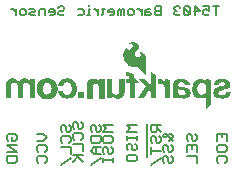
<source format=gbr>
G04 EAGLE Gerber RS-274X export*
G75*
%MOMM*%
%FSLAX34Y34*%
%LPD*%
%INSilkscreen Bottom*%
%IPPOS*%
%AMOC8*
5,1,8,0,0,1.08239X$1,22.5*%
G01*
%ADD10C,0.152400*%
%ADD11C,0.127000*%
%ADD12C,0.025400*%
%ADD13R,0.495300X0.485100*%

G36*
X151454Y102407D02*
X151454Y102407D01*
X151496Y102422D01*
X151498Y102427D01*
X151502Y102429D01*
X151531Y102502D01*
X151535Y102513D01*
X151535Y102514D01*
X151535Y117678D01*
X151533Y117683D01*
X151535Y117689D01*
X151465Y118520D01*
X151459Y118531D01*
X151460Y118546D01*
X151220Y119345D01*
X151212Y119355D01*
X151210Y119369D01*
X150809Y120101D01*
X150799Y120109D01*
X150794Y120122D01*
X150324Y120672D01*
X150313Y120677D01*
X150306Y120689D01*
X149736Y121134D01*
X149724Y121137D01*
X149714Y121147D01*
X149066Y121468D01*
X149054Y121469D01*
X149042Y121477D01*
X148343Y121661D01*
X148332Y121660D01*
X148321Y121665D01*
X147381Y121738D01*
X147372Y121735D01*
X147361Y121738D01*
X146421Y121665D01*
X146417Y121663D01*
X146411Y121664D01*
X145928Y121588D01*
X145889Y121563D01*
X145849Y121542D01*
X145848Y121538D01*
X145845Y121536D01*
X145835Y121491D01*
X145823Y121447D01*
X145825Y121443D01*
X145824Y121439D01*
X145849Y121401D01*
X145873Y121362D01*
X145877Y121361D01*
X145879Y121358D01*
X145920Y121349D01*
X145960Y121337D01*
X146118Y121353D01*
X146256Y121325D01*
X146389Y121254D01*
X147213Y120655D01*
X147331Y120541D01*
X147403Y120403D01*
X147496Y119988D01*
X147496Y119560D01*
X147403Y119144D01*
X147197Y118740D01*
X146884Y118412D01*
X146278Y118047D01*
X145600Y117840D01*
X144889Y117805D01*
X144279Y117902D01*
X143693Y118100D01*
X143150Y118393D01*
X142725Y118758D01*
X142410Y119218D01*
X142224Y119743D01*
X142181Y120299D01*
X142283Y120847D01*
X142523Y121350D01*
X142893Y121785D01*
X143091Y121995D01*
X143686Y122626D01*
X144281Y123257D01*
X144346Y123326D01*
X144349Y123336D01*
X144358Y123342D01*
X145545Y125100D01*
X145547Y125113D01*
X145557Y125123D01*
X145837Y125811D01*
X145836Y125826D01*
X145845Y125841D01*
X145944Y126576D01*
X145940Y126591D01*
X145945Y126608D01*
X145858Y127345D01*
X145850Y127358D01*
X145850Y127376D01*
X145583Y128068D01*
X145572Y128079D01*
X145568Y128096D01*
X145137Y128699D01*
X145127Y128706D01*
X145121Y128718D01*
X144425Y129376D01*
X144417Y129379D01*
X144412Y129387D01*
X143635Y129947D01*
X143625Y129950D01*
X143617Y129958D01*
X142837Y130346D01*
X142825Y130347D01*
X142814Y130355D01*
X141974Y130586D01*
X141962Y130585D01*
X141950Y130591D01*
X141082Y130657D01*
X141072Y130653D01*
X141060Y130657D01*
X140160Y130571D01*
X140151Y130567D01*
X140141Y130568D01*
X139263Y130348D01*
X139255Y130342D01*
X139243Y130341D01*
X139015Y130240D01*
X138659Y130088D01*
X138658Y130088D01*
X138154Y129867D01*
X138144Y129856D01*
X138127Y129851D01*
X137692Y129513D01*
X137689Y129506D01*
X137681Y129502D01*
X137656Y129477D01*
X137653Y129476D01*
X137618Y129384D01*
X137659Y129295D01*
X137744Y129262D01*
X138347Y129262D01*
X138858Y129205D01*
X139348Y129066D01*
X139829Y128811D01*
X140224Y128441D01*
X140510Y127981D01*
X140667Y127462D01*
X140679Y127159D01*
X140620Y126859D01*
X140414Y126365D01*
X140131Y125907D01*
X139780Y125497D01*
X139368Y125143D01*
X138466Y124492D01*
X137978Y124243D01*
X137449Y124145D01*
X136910Y124203D01*
X136736Y124268D01*
X136375Y124517D01*
X136101Y124856D01*
X136057Y124959D01*
X136041Y125079D01*
X136041Y125959D01*
X136024Y126000D01*
X136010Y126042D01*
X136005Y126045D01*
X136003Y126050D01*
X135962Y126066D01*
X135922Y126085D01*
X135916Y126083D01*
X135911Y126085D01*
X135884Y126073D01*
X135835Y126057D01*
X134709Y125136D01*
X134703Y125124D01*
X134691Y125117D01*
X133784Y123980D01*
X133781Y123969D01*
X133772Y123961D01*
X133270Y123027D01*
X133269Y123017D01*
X133263Y123009D01*
X132905Y122012D01*
X132905Y122002D01*
X132900Y121993D01*
X132693Y120954D01*
X132695Y120944D01*
X132694Y120942D01*
X132695Y120942D01*
X132691Y120933D01*
X132631Y119005D01*
X132635Y118994D01*
X132632Y118982D01*
X132920Y117075D01*
X132926Y117065D01*
X132926Y117053D01*
X133554Y115229D01*
X133561Y115220D01*
X133563Y115208D01*
X134510Y113527D01*
X134518Y113521D01*
X134521Y113510D01*
X135406Y112403D01*
X135413Y112400D01*
X135415Y112394D01*
X135416Y112394D01*
X135418Y112390D01*
X136449Y111418D01*
X136457Y111415D01*
X136463Y111407D01*
X137620Y110590D01*
X137630Y110588D01*
X137638Y110580D01*
X138868Y109980D01*
X138879Y109979D01*
X138889Y109971D01*
X140208Y109603D01*
X140219Y109605D01*
X140230Y109599D01*
X141594Y109475D01*
X141599Y109477D01*
X141605Y109475D01*
X143880Y109475D01*
X144248Y109410D01*
X144599Y109283D01*
X145589Y108694D01*
X146443Y107912D01*
X151315Y102430D01*
X151319Y102428D01*
X151321Y102423D01*
X151363Y102407D01*
X151404Y102388D01*
X151408Y102390D01*
X151413Y102388D01*
X151454Y102407D01*
G37*
G36*
X202821Y73713D02*
X202821Y73713D01*
X202823Y73712D01*
X202844Y73721D01*
X202904Y73744D01*
X207044Y77478D01*
X207046Y77484D01*
X207052Y77487D01*
X207076Y77547D01*
X207085Y77568D01*
X207084Y77570D01*
X207085Y77572D01*
X207085Y98146D01*
X207070Y98183D01*
X207060Y98222D01*
X207051Y98228D01*
X207047Y98237D01*
X207019Y98248D01*
X206983Y98270D01*
X203097Y99006D01*
X203082Y99003D01*
X203067Y99008D01*
X203035Y98993D01*
X203000Y98985D01*
X202992Y98972D01*
X202979Y98966D01*
X202964Y98927D01*
X202948Y98902D01*
X202951Y98891D01*
X202947Y98880D01*
X202971Y96963D01*
X202837Y97112D01*
X202836Y97113D01*
X202836Y97114D01*
X201947Y98079D01*
X201941Y98081D01*
X201937Y98088D01*
X201594Y98389D01*
X201583Y98393D01*
X201575Y98403D01*
X201181Y98636D01*
X201172Y98637D01*
X201164Y98644D01*
X199843Y99177D01*
X199832Y99177D01*
X199822Y99184D01*
X199340Y99286D01*
X199328Y99283D01*
X199316Y99288D01*
X197335Y99313D01*
X197324Y99309D01*
X197312Y99311D01*
X196227Y99128D01*
X196217Y99121D01*
X196203Y99121D01*
X195178Y98721D01*
X195171Y98713D01*
X195159Y98711D01*
X194257Y98170D01*
X194252Y98164D01*
X194243Y98161D01*
X193419Y97508D01*
X193413Y97498D01*
X193403Y97493D01*
X192611Y96603D01*
X192607Y96590D01*
X192595Y96581D01*
X192016Y95540D01*
X192014Y95528D01*
X192006Y95517D01*
X191332Y93404D01*
X191333Y93393D01*
X191327Y93382D01*
X191044Y91182D01*
X191047Y91171D01*
X191043Y91159D01*
X191161Y88944D01*
X191166Y88934D01*
X191164Y88922D01*
X191487Y87546D01*
X191494Y87537D01*
X191494Y87525D01*
X192050Y86225D01*
X192058Y86217D01*
X192060Y86206D01*
X192832Y85021D01*
X192841Y85015D01*
X192846Y85004D01*
X193503Y84297D01*
X193513Y84293D01*
X193519Y84283D01*
X194287Y83698D01*
X194298Y83696D01*
X194305Y83687D01*
X195161Y83241D01*
X195172Y83240D01*
X195181Y83232D01*
X196100Y82938D01*
X196110Y82939D01*
X196120Y82933D01*
X197332Y82744D01*
X197341Y82746D01*
X197350Y82743D01*
X198577Y82726D01*
X198585Y82729D01*
X198595Y82727D01*
X199812Y82882D01*
X199822Y82887D01*
X199834Y82887D01*
X200678Y83151D01*
X200688Y83159D01*
X200703Y83162D01*
X201472Y83599D01*
X201480Y83609D01*
X201494Y83614D01*
X202154Y84204D01*
X202160Y84216D01*
X202172Y84224D01*
X202692Y84940D01*
X202693Y84942D01*
X202693Y73838D01*
X202711Y73794D01*
X202728Y73751D01*
X202730Y73750D01*
X202731Y73747D01*
X202775Y73730D01*
X202819Y73712D01*
X202821Y73713D01*
G37*
G36*
X37391Y83060D02*
X37391Y83060D01*
X37393Y83059D01*
X37436Y83079D01*
X37480Y83097D01*
X37480Y83099D01*
X37482Y83100D01*
X37515Y83185D01*
X37515Y93464D01*
X37622Y94344D01*
X37934Y95166D01*
X38195Y95550D01*
X38538Y95863D01*
X38944Y96089D01*
X39392Y96217D01*
X40296Y96285D01*
X41199Y96193D01*
X41609Y96067D01*
X41981Y95857D01*
X41996Y95843D01*
X42137Y95717D01*
X42277Y95590D01*
X42299Y95571D01*
X42684Y95043D01*
X42957Y94448D01*
X43106Y93809D01*
X43181Y92706D01*
X43181Y83185D01*
X43182Y83183D01*
X43181Y83181D01*
X43201Y83138D01*
X43219Y83094D01*
X43221Y83094D01*
X43222Y83092D01*
X43307Y83059D01*
X47625Y83059D01*
X47627Y83060D01*
X47629Y83059D01*
X47672Y83079D01*
X47716Y83097D01*
X47716Y83099D01*
X47718Y83100D01*
X47751Y83185D01*
X47751Y93744D01*
X47831Y94407D01*
X48062Y95026D01*
X48432Y95573D01*
X48779Y95891D01*
X49188Y96124D01*
X49638Y96260D01*
X50115Y96292D01*
X50963Y96242D01*
X51403Y96160D01*
X51807Y95982D01*
X52162Y95716D01*
X52981Y94772D01*
X53265Y94234D01*
X53396Y93643D01*
X53366Y93021D01*
X53367Y93018D01*
X53366Y93015D01*
X53366Y83210D01*
X53367Y83208D01*
X53366Y83206D01*
X53386Y83163D01*
X53404Y83119D01*
X53406Y83119D01*
X53407Y83117D01*
X53492Y83084D01*
X57810Y83084D01*
X57812Y83085D01*
X57814Y83084D01*
X57857Y83104D01*
X57901Y83122D01*
X57901Y83124D01*
X57903Y83125D01*
X57936Y83210D01*
X57936Y99263D01*
X57935Y99265D01*
X57936Y99267D01*
X57916Y99310D01*
X57898Y99354D01*
X57896Y99354D01*
X57895Y99356D01*
X57810Y99389D01*
X53823Y99389D01*
X53821Y99388D01*
X53819Y99389D01*
X53776Y99369D01*
X53732Y99351D01*
X53732Y99349D01*
X53730Y99348D01*
X53697Y99263D01*
X53697Y97210D01*
X53666Y97217D01*
X53364Y97613D01*
X53358Y97616D01*
X53355Y97624D01*
X52593Y98411D01*
X52585Y98414D01*
X52581Y98421D01*
X51819Y99033D01*
X51805Y99037D01*
X51793Y99050D01*
X50903Y99454D01*
X50891Y99454D01*
X50880Y99462D01*
X49788Y99716D01*
X49779Y99715D01*
X49771Y99719D01*
X48399Y99846D01*
X48389Y99843D01*
X48378Y99846D01*
X47421Y99777D01*
X47410Y99771D01*
X47396Y99772D01*
X46473Y99512D01*
X46463Y99504D01*
X46450Y99502D01*
X45660Y99099D01*
X45652Y99090D01*
X45639Y99086D01*
X44941Y98540D01*
X44935Y98529D01*
X44923Y98523D01*
X44341Y97854D01*
X44338Y97842D01*
X44327Y97834D01*
X43947Y97176D01*
X43905Y97218D01*
X43450Y97699D01*
X43447Y97700D01*
X43446Y97703D01*
X42658Y98462D01*
X42649Y98465D01*
X42644Y98474D01*
X41755Y99112D01*
X41744Y99114D01*
X41736Y99122D01*
X40931Y99516D01*
X40919Y99516D01*
X40908Y99524D01*
X40043Y99756D01*
X40031Y99754D01*
X40019Y99760D01*
X39125Y99821D01*
X39116Y99818D01*
X39105Y99821D01*
X37826Y99714D01*
X37819Y99710D01*
X37812Y99712D01*
X36552Y99463D01*
X36543Y99457D01*
X36531Y99457D01*
X35665Y99131D01*
X35655Y99121D01*
X35640Y99118D01*
X34866Y98611D01*
X34859Y98599D01*
X34845Y98593D01*
X34199Y97929D01*
X34196Y97919D01*
X34192Y97918D01*
X34191Y97914D01*
X34183Y97908D01*
X33595Y96969D01*
X33593Y96956D01*
X33583Y96946D01*
X33197Y95907D01*
X33198Y95894D01*
X33191Y95882D01*
X33022Y94786D01*
X33025Y94777D01*
X33021Y94767D01*
X33021Y83185D01*
X33022Y83183D01*
X33021Y83181D01*
X33041Y83138D01*
X33059Y83094D01*
X33061Y83094D01*
X33062Y83092D01*
X33147Y83059D01*
X37389Y83059D01*
X37391Y83060D01*
G37*
G36*
X185271Y82729D02*
X185271Y82729D01*
X185282Y82734D01*
X185296Y82732D01*
X186668Y83040D01*
X186679Y83048D01*
X186694Y83049D01*
X187963Y83655D01*
X187972Y83665D01*
X187986Y83669D01*
X188434Y84011D01*
X188440Y84021D01*
X188452Y84027D01*
X188829Y84447D01*
X188833Y84458D01*
X188843Y84466D01*
X189135Y84949D01*
X189137Y84960D01*
X189145Y84970D01*
X189518Y85963D01*
X189518Y85974D01*
X189524Y85985D01*
X189713Y87029D01*
X189710Y87040D01*
X189715Y87052D01*
X189712Y88113D01*
X189709Y88120D01*
X189711Y88123D01*
X189708Y88130D01*
X189709Y88140D01*
X189503Y89081D01*
X189494Y89093D01*
X189493Y89110D01*
X189064Y89972D01*
X189054Y89981D01*
X189049Y89996D01*
X188551Y90605D01*
X188546Y90608D01*
X188544Y90612D01*
X188538Y90614D01*
X188533Y90623D01*
X187923Y91121D01*
X187911Y91124D01*
X187902Y91135D01*
X187206Y91501D01*
X187195Y91502D01*
X187186Y91509D01*
X185701Y91993D01*
X185693Y91992D01*
X185684Y91997D01*
X184147Y92275D01*
X184143Y92274D01*
X184138Y92277D01*
X181932Y92505D01*
X180626Y92731D01*
X180157Y92896D01*
X179729Y93142D01*
X179445Y93403D01*
X179385Y93490D01*
X179343Y93587D01*
X179232Y94108D01*
X179232Y94639D01*
X179343Y95160D01*
X179482Y95474D01*
X179681Y95753D01*
X179934Y95987D01*
X180248Y96180D01*
X180594Y96308D01*
X180963Y96369D01*
X182318Y96419D01*
X182905Y96365D01*
X183466Y96200D01*
X183930Y95945D01*
X184320Y95589D01*
X184615Y95151D01*
X184799Y94656D01*
X184862Y94125D01*
X184862Y94082D01*
X184863Y94080D01*
X184862Y94078D01*
X184882Y94035D01*
X184900Y93991D01*
X184902Y93991D01*
X184903Y93989D01*
X184988Y93956D01*
X189129Y93956D01*
X189130Y93954D01*
X189172Y93944D01*
X189214Y93930D01*
X189220Y93933D01*
X189226Y93932D01*
X189251Y93948D01*
X189296Y93969D01*
X189321Y93994D01*
X189321Y93995D01*
X189337Y94037D01*
X189356Y94086D01*
X189356Y94087D01*
X189336Y94129D01*
X189317Y94172D01*
X189195Y95063D01*
X189189Y95074D01*
X189189Y95089D01*
X188855Y96030D01*
X188846Y96040D01*
X188843Y96054D01*
X188324Y96907D01*
X188313Y96915D01*
X188308Y96928D01*
X187625Y97658D01*
X187613Y97663D01*
X187605Y97675D01*
X186788Y98249D01*
X186776Y98252D01*
X186767Y98261D01*
X185609Y98790D01*
X185599Y98790D01*
X185590Y98797D01*
X184361Y99131D01*
X184352Y99130D01*
X184343Y99134D01*
X182603Y99348D01*
X182595Y99345D01*
X182587Y99348D01*
X180833Y99340D01*
X180826Y99337D01*
X180817Y99339D01*
X179078Y99109D01*
X179070Y99104D01*
X179059Y99105D01*
X177645Y98680D01*
X177636Y98672D01*
X177622Y98671D01*
X176319Y97977D01*
X176310Y97967D01*
X176296Y97962D01*
X175734Y97479D01*
X175727Y97465D01*
X175713Y97456D01*
X175286Y96851D01*
X175283Y96836D01*
X175271Y96824D01*
X175004Y96133D01*
X175005Y96118D01*
X174997Y96103D01*
X174906Y95368D01*
X174908Y95360D01*
X174905Y95352D01*
X174905Y90526D01*
X174906Y90524D01*
X174905Y90522D01*
X174912Y90507D01*
X174880Y90423D01*
X174905Y86085D01*
X174803Y84748D01*
X174454Y83453D01*
X174380Y83254D01*
X174381Y83229D01*
X174372Y83206D01*
X174383Y83182D01*
X174384Y83156D01*
X174403Y83139D01*
X174413Y83117D01*
X174440Y83106D01*
X174458Y83090D01*
X174477Y83092D01*
X174498Y83084D01*
X178532Y83084D01*
X178568Y83081D01*
X178596Y83090D01*
X178636Y83094D01*
X178673Y83113D01*
X178692Y83135D01*
X178724Y83159D01*
X178746Y83195D01*
X178748Y83212D01*
X178760Y83228D01*
X178836Y83508D01*
X178835Y83511D01*
X178837Y83514D01*
X179064Y84543D01*
X179074Y84566D01*
X179080Y84572D01*
X179088Y84574D01*
X179097Y84573D01*
X179121Y84557D01*
X179948Y83854D01*
X179959Y83850D01*
X179968Y83840D01*
X180919Y83300D01*
X180930Y83299D01*
X180940Y83291D01*
X181975Y82938D01*
X181987Y82939D01*
X181997Y82933D01*
X183615Y82692D01*
X183625Y82695D01*
X183636Y82691D01*
X185271Y82729D01*
G37*
G36*
X160404Y82958D02*
X160404Y82958D01*
X160407Y82957D01*
X160490Y82994D01*
X160541Y83045D01*
X160543Y83048D01*
X160545Y83049D01*
X160578Y83134D01*
X160578Y102464D01*
X160570Y102483D01*
X160572Y102503D01*
X160551Y102530D01*
X160540Y102555D01*
X160526Y102560D01*
X160515Y102574D01*
X156375Y104936D01*
X156340Y104940D01*
X156308Y104952D01*
X156293Y104945D01*
X156277Y104947D01*
X156250Y104925D01*
X156219Y104911D01*
X156212Y104895D01*
X156200Y104885D01*
X156198Y104858D01*
X156186Y104826D01*
X156186Y93396D01*
X150711Y98870D01*
X150708Y98872D01*
X150707Y98874D01*
X150622Y98907D01*
X145948Y98907D01*
X145946Y98907D01*
X145945Y98907D01*
X145901Y98887D01*
X145857Y98869D01*
X145857Y98867D01*
X145855Y98866D01*
X145839Y98822D01*
X145822Y98777D01*
X145823Y98775D01*
X145822Y98774D01*
X145860Y98691D01*
X151551Y93125D01*
X144954Y83230D01*
X144947Y83192D01*
X144933Y83155D01*
X144938Y83145D01*
X144936Y83133D01*
X144958Y83102D01*
X144975Y83066D01*
X144986Y83062D01*
X144992Y83053D01*
X145022Y83048D01*
X145060Y83034D01*
X150140Y83059D01*
X150157Y83066D01*
X150175Y83064D01*
X150204Y83086D01*
X150230Y83098D01*
X150235Y83110D01*
X150247Y83120D01*
X154480Y90098D01*
X156135Y88491D01*
X156135Y83083D01*
X156136Y83081D01*
X156135Y83079D01*
X156155Y83036D01*
X156173Y82992D01*
X156175Y82992D01*
X156176Y82990D01*
X156261Y82957D01*
X160401Y82957D01*
X160404Y82958D01*
G37*
G36*
X128836Y82657D02*
X128836Y82657D01*
X128847Y82654D01*
X129880Y82801D01*
X129891Y82807D01*
X129904Y82807D01*
X130890Y83150D01*
X130899Y83158D01*
X130912Y83160D01*
X131814Y83686D01*
X131821Y83696D01*
X131834Y83701D01*
X132088Y83929D01*
X132094Y83940D01*
X132105Y83948D01*
X132766Y84833D01*
X132768Y84844D01*
X132778Y84853D01*
X133266Y85843D01*
X133266Y85855D01*
X133274Y85865D01*
X133574Y86928D01*
X133572Y86939D01*
X133578Y86951D01*
X133679Y88050D01*
X133677Y88056D01*
X133679Y88062D01*
X133679Y98857D01*
X133678Y98859D01*
X133679Y98861D01*
X133659Y98904D01*
X133641Y98948D01*
X133639Y98948D01*
X133638Y98950D01*
X133553Y98983D01*
X129413Y98983D01*
X129411Y98982D01*
X129409Y98983D01*
X129366Y98963D01*
X129322Y98945D01*
X129322Y98943D01*
X129320Y98942D01*
X129287Y98857D01*
X129287Y88860D01*
X129138Y88030D01*
X128795Y87262D01*
X128523Y86900D01*
X128182Y86599D01*
X127787Y86374D01*
X127098Y86151D01*
X126379Y86071D01*
X125658Y86138D01*
X124967Y86350D01*
X124457Y86638D01*
X124026Y87035D01*
X123699Y87520D01*
X123490Y88070D01*
X123265Y89274D01*
X123189Y90504D01*
X123189Y98806D01*
X123188Y98808D01*
X123189Y98810D01*
X123169Y98853D01*
X123151Y98897D01*
X123149Y98897D01*
X123148Y98899D01*
X123063Y98932D01*
X118847Y98932D01*
X118845Y98931D01*
X118843Y98932D01*
X118800Y98912D01*
X118756Y98894D01*
X118756Y98892D01*
X118754Y98891D01*
X118721Y98806D01*
X118721Y83185D01*
X118722Y83183D01*
X118721Y83181D01*
X118741Y83138D01*
X118759Y83094D01*
X118761Y83094D01*
X118762Y83092D01*
X118847Y83059D01*
X122860Y83059D01*
X122862Y83060D01*
X122864Y83059D01*
X122907Y83079D01*
X122951Y83097D01*
X122951Y83099D01*
X122953Y83100D01*
X122986Y83185D01*
X122986Y85242D01*
X123493Y84601D01*
X123501Y84597D01*
X123505Y84588D01*
X124332Y83803D01*
X124341Y83800D01*
X124346Y83792D01*
X125276Y83133D01*
X125285Y83131D01*
X125293Y83123D01*
X125538Y83001D01*
X125549Y83000D01*
X125558Y82993D01*
X125820Y82912D01*
X125829Y82913D01*
X125838Y82908D01*
X127316Y82685D01*
X127324Y82687D01*
X127332Y82683D01*
X128826Y82653D01*
X128836Y82657D01*
G37*
G36*
X116359Y82984D02*
X116359Y82984D01*
X116361Y82983D01*
X116404Y83003D01*
X116448Y83021D01*
X116448Y83023D01*
X116450Y83024D01*
X116483Y83109D01*
X116483Y98831D01*
X116482Y98833D01*
X116483Y98835D01*
X116463Y98878D01*
X116445Y98922D01*
X116443Y98922D01*
X116442Y98924D01*
X116357Y98957D01*
X112319Y98957D01*
X112317Y98956D01*
X112315Y98957D01*
X112272Y98937D01*
X112228Y98919D01*
X112228Y98917D01*
X112226Y98916D01*
X112193Y98831D01*
X112193Y96763D01*
X112151Y96792D01*
X112037Y96928D01*
X111760Y97306D01*
X111756Y97308D01*
X111754Y97313D01*
X111352Y97786D01*
X111345Y97790D01*
X111341Y97798D01*
X111146Y97974D01*
X111006Y98100D01*
X110880Y98214D01*
X110870Y98217D01*
X110862Y98227D01*
X109964Y98794D01*
X109951Y98797D01*
X109940Y98806D01*
X108944Y99175D01*
X108931Y99175D01*
X108918Y99182D01*
X107866Y99337D01*
X107856Y99334D01*
X107845Y99338D01*
X105839Y99288D01*
X105829Y99284D01*
X105816Y99286D01*
X104839Y99080D01*
X104827Y99072D01*
X104811Y99071D01*
X103906Y98649D01*
X103897Y98638D01*
X103882Y98634D01*
X103097Y98016D01*
X103091Y98005D01*
X103079Y97999D01*
X102590Y97424D01*
X102587Y97413D01*
X102577Y97406D01*
X102193Y96757D01*
X102191Y96746D01*
X102183Y96737D01*
X101914Y96032D01*
X101914Y96023D01*
X101909Y96014D01*
X101669Y94907D01*
X101671Y94898D01*
X101667Y94890D01*
X101576Y93761D01*
X101578Y93756D01*
X101576Y93751D01*
X101576Y83210D01*
X101577Y83208D01*
X101576Y83206D01*
X101596Y83163D01*
X101614Y83119D01*
X101616Y83119D01*
X101617Y83117D01*
X101702Y83084D01*
X105791Y83084D01*
X105793Y83085D01*
X105795Y83084D01*
X105838Y83104D01*
X105882Y83122D01*
X105882Y83124D01*
X105884Y83125D01*
X105917Y83210D01*
X105917Y92856D01*
X105982Y93574D01*
X106173Y94262D01*
X106483Y94904D01*
X106779Y95291D01*
X107153Y95600D01*
X107588Y95817D01*
X107888Y95894D01*
X108204Y95911D01*
X109309Y95861D01*
X109865Y95774D01*
X110381Y95570D01*
X110838Y95256D01*
X111355Y94687D01*
X111718Y94008D01*
X111935Y93258D01*
X112015Y92475D01*
X112015Y83109D01*
X112016Y83107D01*
X112015Y83105D01*
X112035Y83062D01*
X112053Y83018D01*
X112055Y83018D01*
X112056Y83016D01*
X112141Y82983D01*
X116357Y82983D01*
X116359Y82984D01*
G37*
G36*
X68073Y82912D02*
X68073Y82912D01*
X68089Y82908D01*
X71086Y83314D01*
X71107Y83326D01*
X71136Y83332D01*
X73981Y85110D01*
X73995Y85131D01*
X74020Y85149D01*
X75620Y87638D01*
X75624Y87661D01*
X75639Y87686D01*
X76249Y91572D01*
X76243Y91594D01*
X76247Y91620D01*
X75434Y95176D01*
X75419Y95197D01*
X75410Y95226D01*
X73276Y97944D01*
X73254Y97956D01*
X73233Y97979D01*
X69855Y99656D01*
X69835Y99657D01*
X69814Y99668D01*
X68341Y99845D01*
X68334Y99843D01*
X68326Y99846D01*
X68275Y99846D01*
X68255Y99838D01*
X68229Y99837D01*
X68102Y99787D01*
X68081Y99767D01*
X68055Y99755D01*
X68046Y99733D01*
X68031Y99719D01*
X68032Y99695D01*
X68022Y99670D01*
X68022Y96749D01*
X68039Y96709D01*
X68051Y96668D01*
X68058Y96664D01*
X68060Y96658D01*
X68088Y96647D01*
X68131Y96624D01*
X69226Y96474D01*
X70374Y95839D01*
X71162Y94755D01*
X71558Y93866D01*
X71832Y92392D01*
X71883Y90533D01*
X71708Y89285D01*
X71333Y88136D01*
X70795Y87109D01*
X69147Y86101D01*
X67399Y85879D01*
X65648Y86471D01*
X65578Y86535D01*
X65300Y86788D01*
X65022Y87040D01*
X64883Y87166D01*
X64606Y87419D01*
X64605Y87419D01*
X64569Y87452D01*
X64026Y88662D01*
X63651Y90210D01*
X63651Y91635D01*
X63902Y93564D01*
X64646Y95176D01*
X65480Y95985D01*
X66433Y96498D01*
X67620Y96597D01*
X67716Y96597D01*
X67719Y96598D01*
X67722Y96597D01*
X67764Y96617D01*
X67807Y96635D01*
X67808Y96638D01*
X67811Y96640D01*
X67842Y96725D01*
X67816Y98313D01*
X67813Y98439D01*
X67813Y98440D01*
X67811Y98566D01*
X67809Y98692D01*
X67807Y98818D01*
X67805Y98944D01*
X67805Y98945D01*
X67803Y99071D01*
X67801Y99197D01*
X67799Y99323D01*
X67796Y99449D01*
X67796Y99450D01*
X67794Y99576D01*
X67792Y99697D01*
X67788Y99706D01*
X67791Y99715D01*
X67769Y99750D01*
X67752Y99787D01*
X67744Y99790D01*
X67739Y99798D01*
X67687Y99811D01*
X67660Y99821D01*
X67655Y99819D01*
X67650Y99820D01*
X65643Y99566D01*
X65632Y99560D01*
X65618Y99560D01*
X63992Y99001D01*
X63980Y98990D01*
X63961Y98986D01*
X61980Y97615D01*
X61972Y97602D01*
X61956Y97593D01*
X60864Y96323D01*
X60859Y96307D01*
X60845Y96292D01*
X59804Y93955D01*
X59803Y93938D01*
X59794Y93920D01*
X59514Y91735D01*
X59518Y91720D01*
X59514Y91704D01*
X59768Y89596D01*
X59772Y89588D01*
X59771Y89577D01*
X60457Y87113D01*
X60468Y87099D01*
X60472Y87080D01*
X61285Y85785D01*
X61297Y85776D01*
X61305Y85761D01*
X62499Y84618D01*
X62508Y84614D01*
X62513Y84606D01*
X63630Y83819D01*
X63647Y83815D01*
X63662Y83803D01*
X65516Y83168D01*
X65530Y83169D01*
X65544Y83161D01*
X68059Y82907D01*
X68073Y82912D01*
G37*
G36*
X216054Y82705D02*
X216054Y82705D01*
X216061Y82703D01*
X218627Y82881D01*
X218636Y82886D01*
X218646Y82884D01*
X219567Y83096D01*
X219578Y83104D01*
X219592Y83105D01*
X220449Y83502D01*
X220455Y83509D01*
X220464Y83511D01*
X221658Y84273D01*
X221663Y84279D01*
X221671Y84282D01*
X222186Y84713D01*
X222191Y84724D01*
X222203Y84730D01*
X222623Y85254D01*
X222627Y85265D01*
X222637Y85274D01*
X222946Y85870D01*
X222947Y85879D01*
X222954Y85887D01*
X223386Y87157D01*
X223385Y87167D01*
X223390Y87176D01*
X223492Y87760D01*
X223491Y87767D01*
X223494Y87773D01*
X223519Y88129D01*
X223518Y88133D01*
X223519Y88136D01*
X223518Y88138D01*
X223519Y88142D01*
X223507Y88168D01*
X223504Y88198D01*
X223503Y88199D01*
X223503Y88200D01*
X223492Y88209D01*
X223487Y88222D01*
X223481Y88225D01*
X223478Y88231D01*
X223448Y88243D01*
X223428Y88259D01*
X223426Y88259D01*
X223425Y88260D01*
X223410Y88259D01*
X223398Y88264D01*
X223396Y88263D01*
X223393Y88264D01*
X219532Y88264D01*
X219530Y88263D01*
X219528Y88264D01*
X219485Y88244D01*
X219441Y88226D01*
X219441Y88224D01*
X219439Y88223D01*
X219406Y88138D01*
X219406Y88091D01*
X219377Y87594D01*
X219231Y87132D01*
X218975Y86718D01*
X218871Y86613D01*
X218745Y86487D01*
X218533Y86275D01*
X218006Y85938D01*
X217419Y85721D01*
X216857Y85648D01*
X215527Y85648D01*
X214924Y85722D01*
X214357Y85919D01*
X213844Y86231D01*
X213557Y86515D01*
X213348Y86860D01*
X213231Y87245D01*
X213214Y87649D01*
X213299Y88044D01*
X213480Y88406D01*
X213745Y88710D01*
X214081Y88941D01*
X215188Y89411D01*
X216362Y89717D01*
X219993Y90580D01*
X220000Y90585D01*
X220009Y90585D01*
X220817Y90891D01*
X220824Y90897D01*
X220834Y90899D01*
X221585Y91326D01*
X221591Y91333D01*
X221601Y91337D01*
X222278Y91874D01*
X222283Y91884D01*
X222294Y91890D01*
X222631Y92275D01*
X222635Y92288D01*
X222646Y92297D01*
X222895Y92744D01*
X222896Y92757D01*
X222905Y92768D01*
X223057Y93257D01*
X223055Y93269D01*
X223062Y93282D01*
X223167Y94418D01*
X223164Y94431D01*
X223167Y94444D01*
X223038Y95578D01*
X223032Y95589D01*
X223033Y95603D01*
X222675Y96687D01*
X222667Y96696D01*
X222665Y96710D01*
X222366Y97232D01*
X222356Y97239D01*
X222351Y97252D01*
X221957Y97707D01*
X221946Y97712D01*
X221939Y97724D01*
X221463Y98093D01*
X221452Y98096D01*
X221443Y98105D01*
X220162Y98759D01*
X220151Y98760D01*
X220141Y98767D01*
X218763Y99178D01*
X218752Y99177D01*
X218740Y99183D01*
X217311Y99338D01*
X217304Y99336D01*
X217297Y99338D01*
X215494Y99338D01*
X215488Y99336D01*
X215481Y99338D01*
X214088Y99198D01*
X214079Y99193D01*
X214068Y99194D01*
X212717Y98826D01*
X212708Y98819D01*
X212694Y98817D01*
X211597Y98279D01*
X211588Y98269D01*
X211574Y98265D01*
X210615Y97508D01*
X210609Y97498D01*
X210598Y97493D01*
X210250Y97097D01*
X210248Y97092D01*
X210247Y97092D01*
X210246Y97088D01*
X210238Y97082D01*
X209952Y96640D01*
X209950Y96630D01*
X209943Y96623D01*
X209587Y95835D01*
X209587Y95830D01*
X209583Y95826D01*
X209380Y95268D01*
X209382Y95244D01*
X209377Y95232D01*
X209380Y95225D01*
X209375Y95200D01*
X209384Y95186D01*
X209375Y95174D01*
X209377Y95168D01*
X209373Y95161D01*
X209297Y94450D01*
X209299Y94444D01*
X209298Y94440D01*
X209299Y94438D01*
X209297Y94433D01*
X209314Y94396D01*
X209326Y94356D01*
X209334Y94352D01*
X209338Y94344D01*
X209388Y94324D01*
X209414Y94311D01*
X209418Y94313D01*
X209423Y94311D01*
X213309Y94311D01*
X213353Y94329D01*
X213397Y94347D01*
X213398Y94348D01*
X213400Y94349D01*
X213407Y94368D01*
X213435Y94429D01*
X213451Y94689D01*
X213506Y94932D01*
X213656Y95284D01*
X213874Y95597D01*
X214150Y95861D01*
X214572Y96132D01*
X215039Y96321D01*
X215535Y96419D01*
X216383Y96463D01*
X217231Y96419D01*
X217680Y96334D01*
X218104Y96177D01*
X218405Y95982D01*
X218638Y95714D01*
X218793Y95372D01*
X218841Y95000D01*
X218776Y94631D01*
X218592Y94270D01*
X218357Y94027D01*
X218309Y93977D01*
X217634Y93561D01*
X216882Y93289D01*
X214859Y92885D01*
X214858Y92884D01*
X214857Y92884D01*
X213134Y92503D01*
X213127Y92498D01*
X213118Y92498D01*
X211462Y91888D01*
X211456Y91882D01*
X211446Y91881D01*
X210690Y91476D01*
X210684Y91469D01*
X210675Y91466D01*
X209983Y90958D01*
X209978Y90948D01*
X209966Y90943D01*
X209634Y90593D01*
X209629Y90581D01*
X209618Y90572D01*
X209366Y90160D01*
X209364Y90146D01*
X209354Y90134D01*
X209017Y89131D01*
X209018Y89116D01*
X209010Y89102D01*
X208916Y88047D01*
X208919Y88038D01*
X208916Y88027D01*
X208992Y86986D01*
X208996Y86978D01*
X208995Y86968D01*
X209138Y86304D01*
X209144Y86294D01*
X209145Y86281D01*
X209411Y85656D01*
X209419Y85647D01*
X209422Y85635D01*
X209801Y85071D01*
X209811Y85064D01*
X209816Y85053D01*
X210542Y84310D01*
X210552Y84306D01*
X210558Y84295D01*
X211402Y83689D01*
X211412Y83687D01*
X211421Y83678D01*
X212356Y83227D01*
X212367Y83226D01*
X212377Y83219D01*
X213377Y82937D01*
X213385Y82938D01*
X213394Y82933D01*
X214708Y82751D01*
X214715Y82753D01*
X214721Y82750D01*
X216048Y82703D01*
X216054Y82705D01*
G37*
G36*
X86252Y82802D02*
X86252Y82802D01*
X86259Y82805D01*
X86267Y82804D01*
X87830Y83086D01*
X87838Y83091D01*
X87848Y83090D01*
X88918Y83445D01*
X88926Y83451D01*
X88937Y83453D01*
X89934Y83979D01*
X89941Y83987D01*
X89952Y83991D01*
X90848Y84675D01*
X90853Y84684D01*
X90864Y84689D01*
X91634Y85512D01*
X91636Y85518D01*
X91638Y85519D01*
X91640Y85523D01*
X91647Y85528D01*
X92329Y86544D01*
X92331Y86554D01*
X92339Y86562D01*
X92853Y87673D01*
X92854Y87682D01*
X92860Y87691D01*
X93194Y88869D01*
X93193Y88879D01*
X93198Y88888D01*
X93343Y90104D01*
X93341Y90113D01*
X93344Y90123D01*
X93343Y90155D01*
X93343Y90156D01*
X93335Y90408D01*
X93336Y90408D01*
X93335Y90408D01*
X93332Y90534D01*
X93324Y90787D01*
X93320Y90913D01*
X93312Y91165D01*
X93312Y91166D01*
X93309Y91292D01*
X93305Y91418D01*
X93301Y91544D01*
X93293Y91797D01*
X93289Y91923D01*
X93282Y92175D01*
X93282Y92176D01*
X93278Y92302D01*
X93270Y92554D01*
X93268Y92612D01*
X93264Y92621D01*
X93266Y92633D01*
X92968Y94123D01*
X92961Y94133D01*
X92961Y94146D01*
X92384Y95552D01*
X92376Y95560D01*
X92373Y95573D01*
X91539Y96844D01*
X91529Y96850D01*
X91524Y96862D01*
X90463Y97950D01*
X90452Y97955D01*
X90444Y97966D01*
X89195Y98831D01*
X89183Y98834D01*
X89174Y98843D01*
X87783Y99455D01*
X87771Y99455D01*
X87759Y99462D01*
X86253Y99795D01*
X86241Y99792D01*
X86228Y99798D01*
X84686Y99821D01*
X84677Y99818D01*
X84668Y99820D01*
X83233Y99631D01*
X83228Y99628D01*
X83222Y99629D01*
X81811Y99310D01*
X81803Y99305D01*
X81793Y99304D01*
X80636Y98847D01*
X80626Y98837D01*
X80612Y98834D01*
X79581Y98137D01*
X79574Y98126D01*
X79560Y98119D01*
X78705Y97216D01*
X78700Y97204D01*
X78688Y97195D01*
X78048Y96128D01*
X78046Y96116D01*
X78038Y96107D01*
X77613Y94952D01*
X77613Y94942D01*
X77608Y94933D01*
X77371Y93725D01*
X77374Y93711D01*
X77369Y93697D01*
X77384Y93664D01*
X77391Y93629D01*
X77404Y93621D01*
X77410Y93608D01*
X77449Y93592D01*
X77475Y93576D01*
X77485Y93579D01*
X77495Y93575D01*
X81686Y93575D01*
X81688Y93576D01*
X81690Y93575D01*
X81733Y93595D01*
X81777Y93613D01*
X81777Y93615D01*
X81779Y93616D01*
X81812Y93701D01*
X81812Y93719D01*
X81879Y94298D01*
X82072Y94840D01*
X82383Y95325D01*
X82796Y95726D01*
X83289Y96024D01*
X84081Y96285D01*
X84913Y96368D01*
X85753Y96302D01*
X86574Y96121D01*
X86988Y95935D01*
X87335Y95645D01*
X88022Y94734D01*
X88527Y93709D01*
X88832Y92606D01*
X88925Y91465D01*
X88796Y89905D01*
X88450Y88381D01*
X88135Y87664D01*
X87660Y87045D01*
X87052Y86556D01*
X86344Y86226D01*
X85565Y86045D01*
X84765Y86004D01*
X84174Y86077D01*
X83605Y86250D01*
X83075Y86518D01*
X82632Y86863D01*
X82274Y87295D01*
X81953Y87885D01*
X81738Y88522D01*
X81634Y89198D01*
X81612Y89234D01*
X81594Y89272D01*
X81586Y89275D01*
X81582Y89282D01*
X81552Y89288D01*
X81509Y89305D01*
X77445Y89305D01*
X77443Y89304D01*
X77441Y89305D01*
X77398Y89285D01*
X77354Y89267D01*
X77354Y89265D01*
X77352Y89264D01*
X77319Y89179D01*
X77319Y89129D01*
X77320Y89125D01*
X77319Y89121D01*
X77351Y88646D01*
X77355Y88639D01*
X77353Y88629D01*
X77448Y88164D01*
X77454Y88155D01*
X77454Y88143D01*
X77996Y86752D01*
X78005Y86743D01*
X78008Y86729D01*
X78823Y85478D01*
X78834Y85471D01*
X78839Y85458D01*
X79892Y84400D01*
X79904Y84395D01*
X79913Y84383D01*
X81160Y83563D01*
X81171Y83560D01*
X81180Y83552D01*
X82273Y83090D01*
X82283Y83090D01*
X82292Y83084D01*
X83445Y82802D01*
X83455Y82803D01*
X83465Y82799D01*
X84648Y82703D01*
X84656Y82706D01*
X84666Y82703D01*
X86252Y82802D01*
G37*
G36*
X142191Y82984D02*
X142191Y82984D01*
X142193Y82983D01*
X142236Y83003D01*
X142280Y83021D01*
X142280Y83023D01*
X142282Y83024D01*
X142315Y83109D01*
X142315Y95989D01*
X146178Y96013D01*
X146179Y96013D01*
X146224Y96033D01*
X146268Y96052D01*
X146269Y96053D01*
X146286Y96098D01*
X146303Y96144D01*
X146303Y96145D01*
X146266Y96228D01*
X143599Y98895D01*
X143596Y98897D01*
X143595Y98899D01*
X143510Y98932D01*
X142264Y98932D01*
X142264Y99263D01*
X142262Y99268D01*
X142264Y99273D01*
X142087Y101407D01*
X142082Y101417D01*
X142082Y101418D01*
X142082Y101419D01*
X142082Y101420D01*
X142083Y101429D01*
X141935Y101996D01*
X141928Y102005D01*
X141927Y102017D01*
X141679Y102548D01*
X141670Y102556D01*
X141667Y102568D01*
X141327Y103045D01*
X141317Y103051D01*
X141311Y103063D01*
X140568Y103773D01*
X140558Y103777D01*
X140556Y103781D01*
X140553Y103782D01*
X140549Y103788D01*
X139681Y104338D01*
X139669Y104340D01*
X139659Y104349D01*
X138701Y104718D01*
X138688Y104718D01*
X138677Y104725D01*
X137664Y104899D01*
X137654Y104897D01*
X137643Y104901D01*
X136093Y104901D01*
X136090Y104900D01*
X136086Y104901D01*
X134769Y104825D01*
X134747Y104825D01*
X134745Y104824D01*
X134743Y104825D01*
X134700Y104805D01*
X134656Y104787D01*
X134656Y104785D01*
X134654Y104784D01*
X134621Y104699D01*
X134621Y101676D01*
X134622Y101674D01*
X134621Y101672D01*
X134641Y101629D01*
X134659Y101585D01*
X134661Y101585D01*
X134662Y101583D01*
X134747Y101550D01*
X134823Y101550D01*
X134828Y101552D01*
X134835Y101550D01*
X135115Y101576D01*
X136030Y101661D01*
X136930Y101578D01*
X137212Y101481D01*
X137452Y101311D01*
X137634Y101079D01*
X137809Y100656D01*
X137872Y100194D01*
X137872Y98932D01*
X135026Y98932D01*
X135024Y98931D01*
X135022Y98932D01*
X134979Y98912D01*
X134935Y98894D01*
X134935Y98892D01*
X134933Y98891D01*
X134900Y98806D01*
X134900Y96139D01*
X134901Y96137D01*
X134900Y96135D01*
X134920Y96092D01*
X134938Y96048D01*
X134940Y96048D01*
X134941Y96046D01*
X135026Y96013D01*
X137898Y96013D01*
X137898Y83109D01*
X137899Y83107D01*
X137898Y83105D01*
X137918Y83062D01*
X137936Y83018D01*
X137938Y83018D01*
X137939Y83016D01*
X138024Y82983D01*
X142189Y82983D01*
X142191Y82984D01*
G37*
G36*
X172316Y83085D02*
X172316Y83085D01*
X172318Y83084D01*
X172361Y83104D01*
X172405Y83122D01*
X172406Y83124D01*
X172408Y83125D01*
X172440Y83210D01*
X172414Y98095D01*
X172398Y98133D01*
X172388Y98172D01*
X172379Y98177D01*
X172376Y98186D01*
X172347Y98197D01*
X172310Y98219D01*
X168449Y98905D01*
X168436Y98902D01*
X168423Y98907D01*
X168389Y98892D01*
X168353Y98883D01*
X168346Y98872D01*
X168334Y98866D01*
X168318Y98825D01*
X168302Y98799D01*
X168304Y98790D01*
X168301Y98781D01*
X168301Y96001D01*
X168254Y96016D01*
X168075Y96284D01*
X167389Y97326D01*
X167384Y97330D01*
X167381Y97337D01*
X167065Y97720D01*
X167052Y97727D01*
X167044Y97740D01*
X166650Y98042D01*
X166645Y98043D01*
X166642Y98047D01*
X165753Y98632D01*
X165750Y98633D01*
X165747Y98636D01*
X165136Y98989D01*
X165124Y98991D01*
X165113Y99000D01*
X164443Y99223D01*
X164431Y99222D01*
X164419Y99228D01*
X163718Y99312D01*
X163708Y99309D01*
X163696Y99313D01*
X162324Y99237D01*
X162281Y99216D01*
X162238Y99196D01*
X162237Y99194D01*
X162236Y99194D01*
X162230Y99176D01*
X162205Y99111D01*
X162205Y95250D01*
X162206Y95248D01*
X162205Y95246D01*
X162225Y95203D01*
X162243Y95159D01*
X162245Y95159D01*
X162246Y95157D01*
X162331Y95124D01*
X162357Y95124D01*
X162366Y95128D01*
X162378Y95125D01*
X162530Y95150D01*
X162532Y95152D01*
X162535Y95151D01*
X163132Y95276D01*
X164657Y95276D01*
X165199Y95184D01*
X165717Y95003D01*
X166196Y94739D01*
X166863Y94179D01*
X167388Y93487D01*
X167749Y92694D01*
X167949Y91875D01*
X168022Y91029D01*
X168022Y83210D01*
X168023Y83208D01*
X168022Y83206D01*
X168042Y83163D01*
X168060Y83119D01*
X168062Y83119D01*
X168063Y83117D01*
X168148Y83084D01*
X172314Y83084D01*
X172316Y83085D01*
G37*
%LPC*%
G36*
X197854Y86151D02*
X197854Y86151D01*
X197115Y86489D01*
X196489Y87005D01*
X196017Y87663D01*
X195728Y88424D01*
X195424Y90371D01*
X195427Y92342D01*
X195618Y93312D01*
X196021Y94211D01*
X196618Y94997D01*
X197377Y95627D01*
X197877Y95887D01*
X198419Y96043D01*
X198986Y96089D01*
X200061Y96038D01*
X200433Y95964D01*
X200771Y95802D01*
X201484Y95246D01*
X202081Y94566D01*
X202494Y93859D01*
X202761Y93085D01*
X202871Y92270D01*
X202845Y89724D01*
X202721Y88955D01*
X202496Y88280D01*
X202497Y88268D01*
X202491Y88256D01*
X202486Y88219D01*
X202494Y88192D01*
X202494Y88181D01*
X202466Y88168D01*
X202422Y88148D01*
X202422Y88147D01*
X202421Y88147D01*
X202388Y88062D01*
X202388Y88024D01*
X202376Y87965D01*
X202334Y87905D01*
X202334Y87904D01*
X202333Y87903D01*
X202282Y87827D01*
X202281Y87821D01*
X202276Y87816D01*
X201976Y87252D01*
X201564Y86783D01*
X201055Y86420D01*
X200378Y86130D01*
X199656Y85978D01*
X198745Y85972D01*
X197854Y86151D01*
G37*
%LPD*%
%LPC*%
G36*
X181159Y85772D02*
X181159Y85772D01*
X180837Y85894D01*
X180546Y86079D01*
X179802Y86798D01*
X179652Y87017D01*
X179545Y87266D01*
X179498Y87431D01*
X179291Y88501D01*
X179221Y89590D01*
X179221Y90424D01*
X179220Y90426D01*
X179221Y90428D01*
X179201Y90471D01*
X179201Y90473D01*
X179221Y90526D01*
X179221Y90818D01*
X179363Y90691D01*
X179378Y90686D01*
X179389Y90673D01*
X179596Y90566D01*
X179608Y90565D01*
X179618Y90557D01*
X180582Y90269D01*
X180590Y90270D01*
X180597Y90266D01*
X181589Y90097D01*
X181593Y90098D01*
X181597Y90095D01*
X183040Y89943D01*
X183590Y89838D01*
X184108Y89641D01*
X184582Y89357D01*
X184850Y89113D01*
X185054Y88815D01*
X185274Y88273D01*
X185381Y87698D01*
X185370Y87113D01*
X185299Y86805D01*
X185164Y86520D01*
X184973Y86270D01*
X184611Y85973D01*
X184190Y85770D01*
X183729Y85673D01*
X182201Y85623D01*
X181159Y85772D01*
G37*
%LPD*%
D10*
X35215Y46816D02*
X33775Y48256D01*
X33775Y51137D01*
X35215Y52578D01*
X40977Y52578D01*
X42418Y51137D01*
X42418Y48256D01*
X40977Y46816D01*
X38096Y46816D01*
X38096Y49697D01*
X33775Y43223D02*
X42418Y43223D01*
X42418Y37461D02*
X33775Y43223D01*
X33775Y37461D02*
X42418Y37461D01*
X42418Y33868D02*
X33775Y33868D01*
X42418Y33868D02*
X42418Y29546D01*
X40977Y28105D01*
X35215Y28105D01*
X33775Y29546D01*
X33775Y33868D01*
X59175Y52578D02*
X64937Y52578D01*
X67818Y49697D01*
X64937Y46816D01*
X59175Y46816D01*
X59175Y38901D02*
X60615Y37461D01*
X59175Y38901D02*
X59175Y41782D01*
X60615Y43223D01*
X66377Y43223D01*
X67818Y41782D01*
X67818Y38901D01*
X66377Y37461D01*
X59175Y29546D02*
X60615Y28105D01*
X59175Y29546D02*
X59175Y32427D01*
X60615Y33868D01*
X66377Y33868D01*
X67818Y32427D01*
X67818Y29546D01*
X66377Y28105D01*
X80935Y54436D02*
X79495Y55876D01*
X79495Y58757D01*
X80935Y60198D01*
X82376Y60198D01*
X83816Y58757D01*
X83816Y55876D01*
X85257Y54436D01*
X86697Y54436D01*
X88138Y55876D01*
X88138Y58757D01*
X86697Y60198D01*
X79495Y46521D02*
X80935Y45081D01*
X79495Y46521D02*
X79495Y49402D01*
X80935Y50843D01*
X86697Y50843D01*
X88138Y49402D01*
X88138Y46521D01*
X86697Y45081D01*
X88138Y41488D02*
X79495Y41488D01*
X88138Y41488D02*
X88138Y35725D01*
X88138Y32132D02*
X79495Y26370D01*
X106335Y54436D02*
X104895Y55876D01*
X104895Y58757D01*
X106335Y60198D01*
X107776Y60198D01*
X109216Y58757D01*
X109216Y55876D01*
X110657Y54436D01*
X112097Y54436D01*
X113538Y55876D01*
X113538Y58757D01*
X112097Y60198D01*
X113538Y50843D02*
X104895Y50843D01*
X113538Y50843D02*
X113538Y46521D01*
X112097Y45081D01*
X106335Y45081D01*
X104895Y46521D01*
X104895Y50843D01*
X107776Y41488D02*
X113538Y41488D01*
X107776Y41488D02*
X104895Y38607D01*
X107776Y35725D01*
X113538Y35725D01*
X109216Y35725D02*
X109216Y41488D01*
X113538Y32132D02*
X104895Y26370D01*
X135375Y60198D02*
X144018Y60198D01*
X138256Y57317D02*
X135375Y60198D01*
X138256Y57317D02*
X135375Y54436D01*
X144018Y54436D01*
X144018Y50843D02*
X144018Y47962D01*
X144018Y49402D02*
X135375Y49402D01*
X135375Y47962D02*
X135375Y50843D01*
X135375Y40284D02*
X136815Y38844D01*
X135375Y40284D02*
X135375Y43165D01*
X136815Y44606D01*
X138256Y44606D01*
X139696Y43165D01*
X139696Y40284D01*
X141137Y38844D01*
X142577Y38844D01*
X144018Y40284D01*
X144018Y43165D01*
X142577Y44606D01*
X135375Y33810D02*
X135375Y30929D01*
X135375Y33810D02*
X136815Y35251D01*
X142577Y35251D01*
X144018Y33810D01*
X144018Y30929D01*
X142577Y29489D01*
X136815Y29489D01*
X135375Y30929D01*
X152654Y32894D02*
X152654Y60960D01*
X155695Y60198D02*
X164338Y60198D01*
X155695Y60198D02*
X155695Y55876D01*
X157135Y54436D01*
X160016Y54436D01*
X161457Y55876D01*
X161457Y60198D01*
X161457Y57317D02*
X164338Y54436D01*
X155695Y46521D02*
X157135Y45081D01*
X155695Y46521D02*
X155695Y49402D01*
X157135Y50843D01*
X158576Y50843D01*
X160016Y49402D01*
X160016Y46521D01*
X161457Y45081D01*
X162897Y45081D01*
X164338Y46521D01*
X164338Y49402D01*
X162897Y50843D01*
X164338Y38607D02*
X155695Y38607D01*
X155695Y41488D02*
X155695Y35725D01*
X155695Y26370D02*
X164338Y32132D01*
X211575Y46816D02*
X211575Y52578D01*
X220218Y52578D01*
X220218Y46816D01*
X215896Y49697D02*
X215896Y52578D01*
X211575Y41782D02*
X211575Y38901D01*
X211575Y41782D02*
X213015Y43223D01*
X218777Y43223D01*
X220218Y41782D01*
X220218Y38901D01*
X218777Y37461D01*
X213015Y37461D01*
X211575Y38901D01*
X211575Y29546D02*
X213015Y28105D01*
X211575Y29546D02*
X211575Y32427D01*
X213015Y33868D01*
X218777Y33868D01*
X220218Y32427D01*
X220218Y29546D01*
X218777Y28105D01*
X187615Y46816D02*
X186175Y48256D01*
X186175Y51137D01*
X187615Y52578D01*
X189056Y52578D01*
X190496Y51137D01*
X190496Y48256D01*
X191937Y46816D01*
X193377Y46816D01*
X194818Y48256D01*
X194818Y51137D01*
X193377Y52578D01*
X186175Y43223D02*
X186175Y37461D01*
X186175Y43223D02*
X194818Y43223D01*
X194818Y37461D01*
X190496Y40342D02*
X190496Y43223D01*
X186175Y33868D02*
X194818Y33868D01*
X194818Y28105D01*
X91095Y56976D02*
X89655Y58416D01*
X89655Y61297D01*
X91095Y62738D01*
X92536Y62738D01*
X93976Y61297D01*
X93976Y58416D01*
X95417Y56976D01*
X96857Y56976D01*
X98298Y58416D01*
X98298Y61297D01*
X96857Y62738D01*
X89655Y49061D02*
X91095Y47621D01*
X89655Y49061D02*
X89655Y51942D01*
X91095Y53383D01*
X96857Y53383D01*
X98298Y51942D01*
X98298Y49061D01*
X96857Y47621D01*
X98298Y44028D02*
X89655Y44028D01*
X98298Y44028D02*
X98298Y38265D01*
X98298Y34672D02*
X89655Y34672D01*
X95417Y34672D02*
X89655Y28910D01*
X93976Y33232D02*
X98298Y28910D01*
X115055Y60198D02*
X123698Y60198D01*
X117936Y57317D02*
X115055Y60198D01*
X117936Y57317D02*
X115055Y54436D01*
X123698Y54436D01*
X115055Y49402D02*
X115055Y46521D01*
X115055Y49402D02*
X116495Y50843D01*
X122257Y50843D01*
X123698Y49402D01*
X123698Y46521D01*
X122257Y45081D01*
X116495Y45081D01*
X115055Y46521D01*
X115055Y37166D02*
X116495Y35725D01*
X115055Y37166D02*
X115055Y40047D01*
X116495Y41488D01*
X117936Y41488D01*
X119376Y40047D01*
X119376Y37166D01*
X120817Y35725D01*
X122257Y35725D01*
X123698Y37166D01*
X123698Y40047D01*
X122257Y41488D01*
X123698Y32132D02*
X123698Y29251D01*
X123698Y30692D02*
X115055Y30692D01*
X115055Y32132D02*
X115055Y29251D01*
X171617Y46816D02*
X174498Y49697D01*
X174498Y51137D01*
X173057Y52578D01*
X171617Y52578D01*
X168736Y49697D01*
X167295Y49697D01*
X165855Y51137D01*
X167295Y52578D01*
X168736Y52578D01*
X174498Y46816D01*
X165855Y38901D02*
X167295Y37461D01*
X165855Y38901D02*
X165855Y41782D01*
X167295Y43223D01*
X168736Y43223D01*
X170176Y41782D01*
X170176Y38901D01*
X171617Y37461D01*
X173057Y37461D01*
X174498Y38901D01*
X174498Y41782D01*
X173057Y43223D01*
X165855Y29546D02*
X167295Y28105D01*
X165855Y29546D02*
X165855Y32427D01*
X167295Y33868D01*
X168736Y33868D01*
X170176Y32427D01*
X170176Y29546D01*
X171617Y28105D01*
X173057Y28105D01*
X174498Y29546D01*
X174498Y32427D01*
X173057Y33868D01*
D11*
X211106Y153035D02*
X211106Y160662D01*
X213648Y160662D02*
X208564Y160662D01*
X205462Y160662D02*
X200378Y160662D01*
X205462Y160662D02*
X205462Y156848D01*
X202920Y158119D01*
X201649Y158119D01*
X200378Y156848D01*
X200378Y154306D01*
X201649Y153035D01*
X204191Y153035D01*
X205462Y154306D01*
X193463Y153035D02*
X193463Y160662D01*
X197277Y156848D01*
X192192Y156848D01*
X189091Y154306D02*
X189091Y159390D01*
X187820Y160662D01*
X185278Y160662D01*
X184007Y159390D01*
X184007Y154306D01*
X185278Y153035D01*
X187820Y153035D01*
X189091Y154306D01*
X184007Y159390D01*
X180905Y159390D02*
X179634Y160662D01*
X177092Y160662D01*
X175821Y159390D01*
X175821Y158119D01*
X177092Y156848D01*
X178363Y156848D01*
X177092Y156848D02*
X175821Y155577D01*
X175821Y154306D01*
X177092Y153035D01*
X179634Y153035D01*
X180905Y154306D01*
X164534Y153035D02*
X164534Y160662D01*
X160720Y160662D01*
X159449Y159390D01*
X159449Y158119D01*
X160720Y156848D01*
X159449Y155577D01*
X159449Y154306D01*
X160720Y153035D01*
X164534Y153035D01*
X164534Y156848D02*
X160720Y156848D01*
X155077Y158119D02*
X152535Y158119D01*
X151263Y156848D01*
X151263Y153035D01*
X155077Y153035D01*
X156348Y154306D01*
X155077Y155577D01*
X151263Y155577D01*
X148162Y153035D02*
X148162Y158119D01*
X148162Y155577D02*
X145620Y158119D01*
X144349Y158119D01*
X140069Y153035D02*
X137527Y153035D01*
X136256Y154306D01*
X136256Y156848D01*
X137527Y158119D01*
X140069Y158119D01*
X141341Y156848D01*
X141341Y154306D01*
X140069Y153035D01*
X133155Y153035D02*
X133155Y158119D01*
X131884Y158119D01*
X130613Y156848D01*
X130613Y153035D01*
X130613Y156848D02*
X129341Y158119D01*
X128070Y156848D01*
X128070Y153035D01*
X123698Y153035D02*
X121156Y153035D01*
X123698Y153035D02*
X124969Y154306D01*
X124969Y156848D01*
X123698Y158119D01*
X121156Y158119D01*
X119885Y156848D01*
X119885Y155577D01*
X124969Y155577D01*
X115512Y154306D02*
X115512Y159390D01*
X115512Y154306D02*
X114241Y153035D01*
X114241Y158119D02*
X116783Y158119D01*
X111326Y158119D02*
X111326Y153035D01*
X111326Y155577D02*
X108784Y158119D01*
X107513Y158119D01*
X104505Y158119D02*
X103233Y158119D01*
X103233Y153035D01*
X101962Y153035D02*
X104505Y153035D01*
X103233Y160662D02*
X103233Y161933D01*
X97776Y158119D02*
X93963Y158119D01*
X97776Y158119D02*
X99047Y156848D01*
X99047Y154306D01*
X97776Y153035D01*
X93963Y153035D01*
X78863Y160662D02*
X77591Y159390D01*
X78863Y160662D02*
X81405Y160662D01*
X82676Y159390D01*
X82676Y158119D01*
X81405Y156848D01*
X78863Y156848D01*
X77591Y155577D01*
X77591Y154306D01*
X78863Y153035D01*
X81405Y153035D01*
X82676Y154306D01*
X73219Y153035D02*
X70677Y153035D01*
X73219Y153035D02*
X74490Y154306D01*
X74490Y156848D01*
X73219Y158119D01*
X70677Y158119D01*
X69406Y156848D01*
X69406Y155577D01*
X74490Y155577D01*
X66304Y153035D02*
X66304Y158119D01*
X62491Y158119D01*
X61220Y156848D01*
X61220Y153035D01*
X58118Y153035D02*
X54305Y153035D01*
X53034Y154306D01*
X54305Y155577D01*
X56847Y155577D01*
X58118Y156848D01*
X56847Y158119D01*
X53034Y158119D01*
X48662Y153035D02*
X46119Y153035D01*
X44848Y154306D01*
X44848Y156848D01*
X46119Y158119D01*
X48662Y158119D01*
X49933Y156848D01*
X49933Y154306D01*
X48662Y153035D01*
X41747Y153035D02*
X41747Y158119D01*
X41747Y155577D02*
X39205Y158119D01*
X37934Y158119D01*
D12*
X116357Y98831D02*
X116357Y83109D01*
X116357Y98831D02*
X112319Y98831D01*
X112319Y96622D01*
X112243Y96622D01*
X112215Y96624D01*
X112187Y96628D01*
X112160Y96637D01*
X112134Y96648D01*
X112109Y96662D01*
X112086Y96679D01*
X112065Y96698D01*
X112021Y96747D01*
X111978Y96798D01*
X111938Y96850D01*
X111658Y97231D01*
X111583Y97329D01*
X111505Y97426D01*
X111424Y97521D01*
X111341Y97613D01*
X111256Y97704D01*
X111168Y97792D01*
X111078Y97877D01*
X110986Y97961D01*
X110892Y98041D01*
X110795Y98120D01*
X110796Y98120D02*
X110685Y98205D01*
X110573Y98286D01*
X110458Y98365D01*
X110341Y98440D01*
X110223Y98512D01*
X110102Y98581D01*
X109980Y98646D01*
X109855Y98709D01*
X109729Y98767D01*
X109602Y98823D01*
X109473Y98874D01*
X109343Y98923D01*
X109211Y98967D01*
X109079Y99008D01*
X108945Y99046D01*
X108810Y99080D01*
X108675Y99110D01*
X108538Y99136D01*
X108401Y99159D01*
X108264Y99178D01*
X108125Y99193D01*
X107987Y99205D01*
X107848Y99212D01*
X107513Y99222D01*
X107179Y99225D01*
X106844Y99220D01*
X106510Y99208D01*
X106176Y99189D01*
X105842Y99162D01*
X105712Y99148D01*
X105582Y99130D01*
X105454Y99108D01*
X105326Y99083D01*
X105199Y99053D01*
X105072Y99020D01*
X104947Y98983D01*
X104823Y98942D01*
X104700Y98898D01*
X104579Y98850D01*
X104459Y98798D01*
X104341Y98743D01*
X104224Y98684D01*
X104110Y98622D01*
X103997Y98557D01*
X103886Y98488D01*
X103777Y98415D01*
X103671Y98340D01*
X103567Y98261D01*
X103465Y98180D01*
X103366Y98095D01*
X103269Y98007D01*
X103175Y97917D01*
X103087Y97827D01*
X103001Y97734D01*
X102918Y97640D01*
X102838Y97543D01*
X102761Y97443D01*
X102686Y97342D01*
X102614Y97238D01*
X102546Y97133D01*
X102480Y97025D01*
X102417Y96916D01*
X102358Y96805D01*
X102301Y96692D01*
X102248Y96578D01*
X102198Y96462D01*
X102152Y96345D01*
X102108Y96227D01*
X102069Y96107D01*
X102032Y95987D01*
X101977Y95788D01*
X101928Y95588D01*
X101883Y95387D01*
X101843Y95185D01*
X101808Y94982D01*
X101778Y94778D01*
X101753Y94573D01*
X101732Y94368D01*
X101717Y94163D01*
X101707Y93957D01*
X101702Y93751D01*
X101702Y83210D01*
X105791Y83210D01*
X105791Y92862D01*
X105793Y92985D01*
X105798Y93108D01*
X105808Y93231D01*
X105820Y93354D01*
X105837Y93475D01*
X105857Y93597D01*
X105881Y93718D01*
X105909Y93838D01*
X105940Y93957D01*
X105974Y94075D01*
X106012Y94192D01*
X106054Y94308D01*
X106099Y94422D01*
X106148Y94535D01*
X106200Y94647D01*
X106255Y94757D01*
X106313Y94865D01*
X106375Y94971D01*
X106423Y95048D01*
X106475Y95123D01*
X106529Y95196D01*
X106586Y95266D01*
X106646Y95335D01*
X106709Y95401D01*
X106774Y95464D01*
X106842Y95525D01*
X106912Y95582D01*
X106984Y95637D01*
X107059Y95689D01*
X107135Y95739D01*
X107214Y95784D01*
X107294Y95827D01*
X107376Y95867D01*
X107459Y95903D01*
X107544Y95936D01*
X107615Y95960D01*
X107686Y95981D01*
X107759Y95999D01*
X107832Y96013D01*
X107906Y96025D01*
X107980Y96033D01*
X108055Y96038D01*
X108129Y96039D01*
X108204Y96037D01*
X108204Y96038D02*
X109322Y95988D01*
X109322Y95987D02*
X109419Y95980D01*
X109516Y95971D01*
X109612Y95958D01*
X109708Y95941D01*
X109804Y95920D01*
X109898Y95897D01*
X109992Y95869D01*
X110084Y95838D01*
X110175Y95804D01*
X110265Y95766D01*
X110353Y95726D01*
X110440Y95681D01*
X110525Y95634D01*
X110609Y95583D01*
X110690Y95530D01*
X110769Y95473D01*
X110847Y95414D01*
X110921Y95352D01*
X110922Y95351D02*
X111001Y95280D01*
X111079Y95207D01*
X111154Y95130D01*
X111226Y95052D01*
X111296Y94971D01*
X111363Y94888D01*
X111427Y94803D01*
X111489Y94716D01*
X111547Y94626D01*
X111603Y94535D01*
X111656Y94442D01*
X111706Y94348D01*
X111752Y94252D01*
X111796Y94154D01*
X111836Y94055D01*
X111836Y94056D02*
X111879Y93940D01*
X111919Y93822D01*
X111956Y93704D01*
X111989Y93584D01*
X112019Y93464D01*
X112046Y93343D01*
X112070Y93221D01*
X112090Y93099D01*
X112107Y92976D01*
X112121Y92853D01*
X112131Y92729D01*
X112137Y92605D01*
X112141Y92481D01*
X112143Y92139D01*
X112141Y91797D01*
X112141Y91796D02*
X112141Y83109D01*
X116357Y83109D01*
X68021Y96571D02*
X68021Y99797D01*
X68021Y96571D02*
X68250Y96571D01*
X68360Y96569D01*
X68470Y96563D01*
X68580Y96554D01*
X68690Y96540D01*
X68799Y96523D01*
X68907Y96502D01*
X69015Y96477D01*
X69121Y96448D01*
X69227Y96416D01*
X69331Y96379D01*
X69434Y96340D01*
X69535Y96297D01*
X69635Y96250D01*
X69734Y96199D01*
X69830Y96146D01*
X69925Y96089D01*
X70017Y96028D01*
X70107Y95965D01*
X70195Y95898D01*
X70281Y95829D01*
X70364Y95756D01*
X70444Y95681D01*
X70522Y95602D01*
X70597Y95521D01*
X70670Y95438D01*
X70739Y95352D01*
X70824Y95240D01*
X70905Y95125D01*
X70984Y95009D01*
X71059Y94890D01*
X71132Y94770D01*
X71201Y94647D01*
X71266Y94523D01*
X71329Y94397D01*
X71388Y94270D01*
X71443Y94141D01*
X71495Y94010D01*
X71544Y93878D01*
X71589Y93745D01*
X71630Y93611D01*
X71668Y93476D01*
X71703Y93339D01*
X71733Y93202D01*
X71760Y93064D01*
X71783Y92926D01*
X71803Y92786D01*
X71819Y92647D01*
X71831Y92507D01*
X71853Y92155D01*
X71866Y91803D01*
X71871Y91451D01*
X71867Y91098D01*
X71855Y90746D01*
X71835Y90394D01*
X71806Y90043D01*
X71790Y89894D01*
X71770Y89745D01*
X71747Y89596D01*
X71720Y89449D01*
X71690Y89302D01*
X71656Y89155D01*
X71618Y89010D01*
X71576Y88866D01*
X71531Y88723D01*
X71483Y88580D01*
X71431Y88440D01*
X71376Y88300D01*
X71317Y88162D01*
X71254Y88025D01*
X71189Y87890D01*
X71120Y87757D01*
X71064Y87657D01*
X71005Y87559D01*
X70943Y87464D01*
X70877Y87370D01*
X70808Y87279D01*
X70736Y87190D01*
X70661Y87104D01*
X70583Y87020D01*
X70502Y86940D01*
X70419Y86862D01*
X70332Y86787D01*
X70244Y86715D01*
X70152Y86646D01*
X70059Y86581D01*
X69963Y86519D01*
X69865Y86460D01*
X69765Y86405D01*
X69663Y86353D01*
X69559Y86305D01*
X69454Y86260D01*
X69348Y86219D01*
X69240Y86182D01*
X69114Y86143D01*
X68986Y86107D01*
X68858Y86076D01*
X68729Y86048D01*
X68599Y86023D01*
X68468Y86003D01*
X68337Y85986D01*
X68205Y85973D01*
X68073Y85964D01*
X67941Y85959D01*
X67809Y85957D01*
X67677Y85959D01*
X67545Y85965D01*
X67413Y85975D01*
X67281Y85989D01*
X67150Y86006D01*
X67020Y86028D01*
X66890Y86053D01*
X66761Y86081D01*
X66633Y86114D01*
X66505Y86150D01*
X66379Y86190D01*
X66254Y86233D01*
X66131Y86280D01*
X66009Y86331D01*
X65888Y86385D01*
X65792Y86431D01*
X65698Y86481D01*
X65605Y86534D01*
X65514Y86591D01*
X65425Y86650D01*
X65338Y86712D01*
X65254Y86777D01*
X65171Y86845D01*
X65091Y86916D01*
X65014Y86990D01*
X64939Y87066D01*
X64866Y87144D01*
X64797Y87225D01*
X64730Y87309D01*
X64666Y87394D01*
X64605Y87482D01*
X64547Y87572D01*
X64492Y87663D01*
X64440Y87757D01*
X64366Y87901D01*
X64296Y88046D01*
X64228Y88193D01*
X64165Y88341D01*
X64105Y88491D01*
X64049Y88642D01*
X63996Y88795D01*
X63947Y88948D01*
X63901Y89103D01*
X63860Y89259D01*
X63822Y89416D01*
X63788Y89574D01*
X63757Y89732D01*
X63731Y89892D01*
X63708Y90051D01*
X63689Y90212D01*
X63674Y90372D01*
X63663Y90534D01*
X63656Y90695D01*
X63652Y90856D01*
X63653Y91110D01*
X63660Y91363D01*
X63673Y91617D01*
X63692Y91869D01*
X63717Y92122D01*
X63748Y92373D01*
X63785Y92624D01*
X63828Y92874D01*
X63877Y93123D01*
X63932Y93370D01*
X63964Y93500D01*
X64001Y93630D01*
X64040Y93759D01*
X64083Y93886D01*
X64129Y94013D01*
X64179Y94138D01*
X64232Y94261D01*
X64288Y94384D01*
X64347Y94504D01*
X64410Y94623D01*
X64476Y94741D01*
X64545Y94856D01*
X64617Y94970D01*
X64692Y95082D01*
X64770Y95192D01*
X64851Y95299D01*
X64934Y95404D01*
X65021Y95508D01*
X65110Y95608D01*
X65202Y95707D01*
X65270Y95775D01*
X65340Y95841D01*
X65412Y95903D01*
X65487Y95963D01*
X65564Y96020D01*
X65643Y96075D01*
X65723Y96126D01*
X65806Y96174D01*
X65891Y96220D01*
X65977Y96262D01*
X66064Y96301D01*
X66153Y96336D01*
X66243Y96368D01*
X66244Y96368D02*
X66371Y96409D01*
X66499Y96446D01*
X66628Y96480D01*
X66758Y96510D01*
X66889Y96537D01*
X67020Y96560D01*
X67153Y96580D01*
X67285Y96595D01*
X67418Y96608D01*
X67551Y96616D01*
X67685Y96621D01*
X67818Y96622D01*
X67818Y99797D01*
X67666Y99797D01*
X67461Y99795D01*
X67255Y99788D01*
X67050Y99776D01*
X66846Y99760D01*
X66641Y99739D01*
X66437Y99713D01*
X66234Y99683D01*
X66032Y99649D01*
X65830Y99609D01*
X65630Y99565D01*
X65430Y99517D01*
X65254Y99470D01*
X65079Y99419D01*
X64905Y99364D01*
X64733Y99304D01*
X64562Y99241D01*
X64393Y99174D01*
X64225Y99103D01*
X64059Y99028D01*
X63894Y98949D01*
X63732Y98866D01*
X63572Y98780D01*
X63413Y98690D01*
X63257Y98596D01*
X63103Y98499D01*
X62951Y98397D01*
X62802Y98293D01*
X62655Y98185D01*
X62511Y98074D01*
X62369Y97959D01*
X62230Y97841D01*
X62230Y97840D02*
X62087Y97713D01*
X61947Y97582D01*
X61810Y97448D01*
X61677Y97310D01*
X61547Y97170D01*
X61420Y97026D01*
X61297Y96880D01*
X61177Y96730D01*
X61061Y96578D01*
X60949Y96422D01*
X60840Y96265D01*
X60735Y96104D01*
X60634Y95941D01*
X60537Y95776D01*
X60444Y95609D01*
X60355Y95439D01*
X60270Y95267D01*
X60190Y95094D01*
X60113Y94918D01*
X60041Y94740D01*
X59973Y94561D01*
X59909Y94381D01*
X59850Y94198D01*
X59795Y94015D01*
X59745Y93830D01*
X59699Y93644D01*
X59657Y93457D01*
X59620Y93269D01*
X59587Y93080D01*
X59559Y92891D01*
X59536Y92701D01*
X59517Y92510D01*
X59503Y92319D01*
X59493Y92128D01*
X59488Y91936D01*
X59487Y91745D01*
X59493Y91444D01*
X59507Y91142D01*
X59528Y90841D01*
X59557Y90540D01*
X59593Y90240D01*
X59636Y89942D01*
X59687Y89644D01*
X59744Y89348D01*
X59810Y89053D01*
X59882Y88760D01*
X59961Y88468D01*
X60048Y88179D01*
X60141Y87892D01*
X60242Y87607D01*
X60350Y87325D01*
X60349Y87325D02*
X60411Y87174D01*
X60477Y87024D01*
X60546Y86876D01*
X60619Y86730D01*
X60695Y86585D01*
X60775Y86443D01*
X60858Y86302D01*
X60945Y86163D01*
X61035Y86027D01*
X61128Y85893D01*
X61224Y85761D01*
X61324Y85631D01*
X61427Y85504D01*
X61533Y85380D01*
X61641Y85258D01*
X61753Y85139D01*
X61868Y85022D01*
X61985Y84909D01*
X62105Y84798D01*
X62228Y84690D01*
X62353Y84585D01*
X62481Y84484D01*
X62612Y84385D01*
X62744Y84290D01*
X62879Y84198D01*
X63017Y84109D01*
X63156Y84024D01*
X63297Y83942D01*
X63440Y83863D01*
X63586Y83788D01*
X63732Y83716D01*
X63881Y83649D01*
X64031Y83584D01*
X64183Y83524D01*
X64336Y83467D01*
X64491Y83414D01*
X64741Y83335D01*
X64992Y83261D01*
X65245Y83194D01*
X65500Y83132D01*
X65755Y83077D01*
X66013Y83028D01*
X66271Y82985D01*
X66530Y82948D01*
X66790Y82917D01*
X67051Y82892D01*
X67312Y82873D01*
X67574Y82861D01*
X67835Y82855D01*
X68097Y82855D01*
X68310Y82860D01*
X68523Y82870D01*
X68736Y82885D01*
X68949Y82906D01*
X69161Y82931D01*
X69372Y82962D01*
X69583Y82998D01*
X69792Y83038D01*
X70001Y83084D01*
X70208Y83135D01*
X70414Y83191D01*
X70619Y83252D01*
X70822Y83318D01*
X71024Y83388D01*
X71223Y83464D01*
X71421Y83544D01*
X71617Y83629D01*
X71811Y83718D01*
X72003Y83813D01*
X72192Y83912D01*
X72379Y84015D01*
X72563Y84123D01*
X72744Y84235D01*
X72923Y84352D01*
X73099Y84473D01*
X73272Y84598D01*
X73442Y84727D01*
X73609Y84861D01*
X73718Y84952D01*
X73824Y85047D01*
X73929Y85143D01*
X74030Y85242D01*
X74130Y85344D01*
X74227Y85448D01*
X74321Y85555D01*
X74413Y85663D01*
X74502Y85774D01*
X74588Y85887D01*
X74671Y86003D01*
X74752Y86120D01*
X74830Y86239D01*
X74905Y86360D01*
X74905Y86361D02*
X75005Y86532D01*
X75102Y86707D01*
X75194Y86883D01*
X75282Y87061D01*
X75366Y87242D01*
X75446Y87424D01*
X75521Y87609D01*
X75592Y87795D01*
X75658Y87982D01*
X75720Y88172D01*
X75778Y88362D01*
X75831Y88554D01*
X75879Y88747D01*
X75923Y88941D01*
X75962Y89137D01*
X75997Y89333D01*
X75997Y89332D02*
X76038Y89605D01*
X76073Y89878D01*
X76101Y90151D01*
X76122Y90426D01*
X76137Y90701D01*
X76145Y90976D01*
X76147Y91251D01*
X76142Y91526D01*
X76130Y91801D01*
X76111Y92076D01*
X76086Y92350D01*
X76054Y92623D01*
X76016Y92896D01*
X75971Y93167D01*
X75936Y93351D01*
X75896Y93535D01*
X75852Y93717D01*
X75804Y93899D01*
X75752Y94079D01*
X75695Y94258D01*
X75634Y94435D01*
X75568Y94611D01*
X75499Y94786D01*
X75425Y94958D01*
X75347Y95129D01*
X75265Y95298D01*
X75180Y95465D01*
X75090Y95630D01*
X74996Y95793D01*
X74899Y95953D01*
X74797Y96111D01*
X74692Y96267D01*
X74583Y96420D01*
X74471Y96570D01*
X74355Y96718D01*
X74236Y96862D01*
X74113Y97004D01*
X73986Y97143D01*
X73857Y97279D01*
X73724Y97412D01*
X73588Y97542D01*
X73449Y97668D01*
X73307Y97791D01*
X73163Y97910D01*
X73015Y98026D01*
X72865Y98139D01*
X72712Y98248D01*
X72556Y98353D01*
X72398Y98454D01*
X72238Y98552D01*
X72054Y98658D01*
X71869Y98759D01*
X71681Y98856D01*
X71490Y98948D01*
X71298Y99036D01*
X71104Y99120D01*
X70907Y99199D01*
X70709Y99273D01*
X70509Y99342D01*
X70308Y99407D01*
X70105Y99467D01*
X69901Y99522D01*
X69695Y99572D01*
X69489Y99617D01*
X69281Y99658D01*
X69073Y99693D01*
X68863Y99724D01*
X68653Y99750D01*
X68443Y99771D01*
X68232Y99786D01*
X68021Y99797D01*
D13*
X96787Y85535D03*
M02*

</source>
